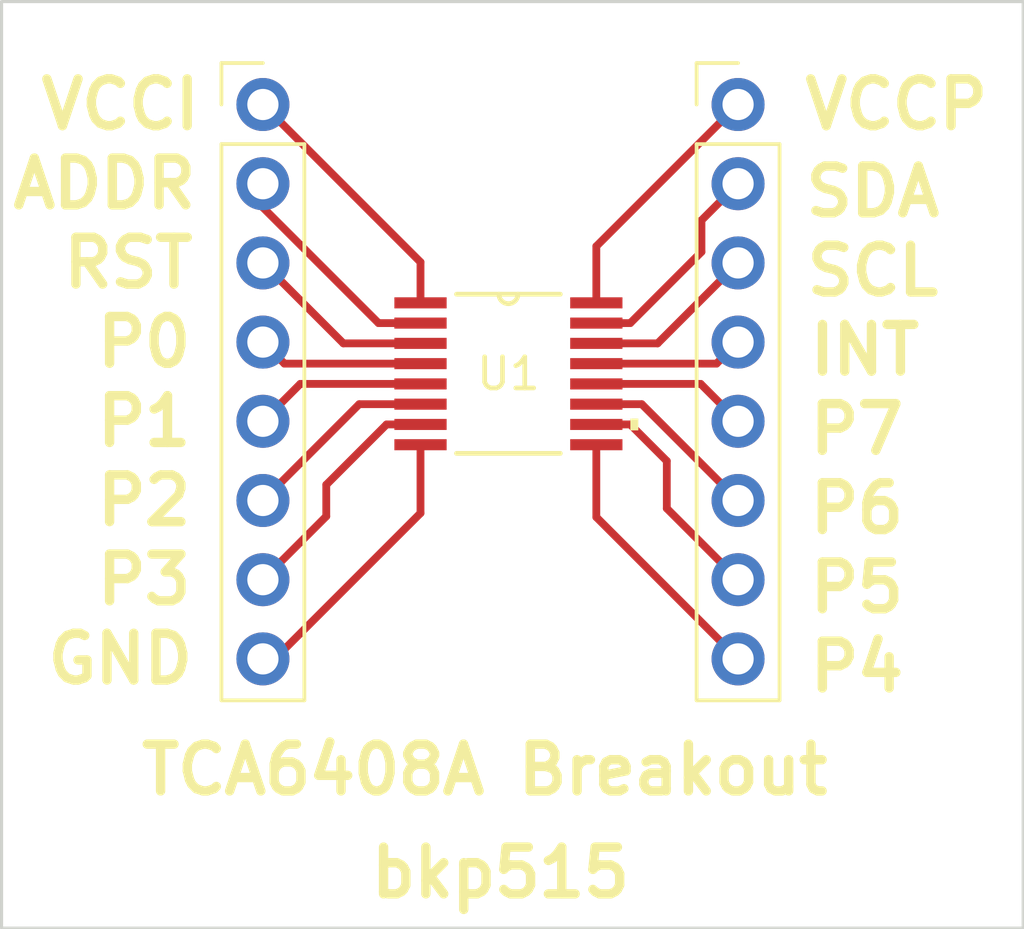
<source format=kicad_pcb>
(kicad_pcb (version 20211014) (generator pcbnew)
  (layers (0 "F.Cu" signal) (31 "B.Cu" signal) (34 "B.Paste" user) (35 "F.Paste" user) (36 "B.SilkS" user "B.Silkscreen") (37 "F.SilkS" user "F.Silkscreen") (38 "B.Mask" user) (39 "F.Mask" user) (44 "Edge.Cuts" user))
  (net 0 "")
  (net 1 "Net-(U1-Pad1)")
  (net 2 "Net-(U1-Pad2)")
  (net 3 "Net-(U1-Pad3)")
  (net 4 "Net-(U1-Pad4)")
  (net 5 "Net-(U1-Pad5)")
  (net 6 "Net-(U1-Pad6)")
  (net 7 "Net-(U1-Pad7)")
  (net 8 "Net-(U1-Pad8)")
  (net 9 "Net-(U1-Pad9)")
  (net 10 "Net-(U1-Pad10)")
  (net 11 "Net-(U1-Pad11)")
  (net 12 "Net-(U1-Pad12)")
  (net 13 "Net-(U1-Pad13)")
  (net 14 "Net-(U1-Pad14)")
  (net 15 "Net-(U1-Pad15)")
  (net 16 "Net-(U1-Pad16)")
  (footprint "Connector_PinHeader_2.54mm:PinHeader_1x08_P2.54mm_Vertical" (layer "F.Cu") (at 122.682 74.422)
    (fp_text reference "" (at 0 -2.33) (layer "F.SilkS"))
    (fp_text value "")
    (fp_line (start 1.33 1.27) (end 1.33 19.11) (layer "F.SilkS") (width 0.12))
    (fp_line (start -1.33 -1.33) (end 0 -1.33) (layer "F.SilkS") (width 0.12))
    (fp_line (start -1.33 0) (end -1.33 -1.33) (layer "F.SilkS") (width 0.12))
    (fp_line (start -1.33 19.11) (end 1.33 19.11) (layer "F.SilkS") (width 0.12))
    (fp_line (start -1.33 1.27) (end 1.33 1.27) (layer "F.SilkS") (width 0.12))
    (fp_line (start -1.33 1.27) (end -1.33 19.11) (layer "F.SilkS") (width 0.12))
    (pad "1" thru_hole circle (at 0 0) (size 1.7 1.7) (drill 1) (layers *.Cu *.Mask) (net 1 "Net-(U1-Pad1)"))
    (pad "2" thru_hole oval (at 0 2.54) (size 1.7 1.7) (drill 1) (layers *.Cu *.Mask) (net 2 "Net-(U1-Pad2)"))
    (pad "3" thru_hole oval (at 0 5.08) (size 1.7 1.7) (drill 1) (layers *.Cu *.Mask) (net 3 "Net-(U1-Pad3)"))
    (pad "4" thru_hole oval (at 0 7.62) (size 1.7 1.7) (drill 1) (layers *.Cu *.Mask) (net 4 "Net-(U1-Pad4)"))
    (pad "5" thru_hole oval (at 0 10.16) (size 1.7 1.7) (drill 1) (layers *.Cu *.Mask) (net 5 "Net-(U1-Pad5)"))
    (pad "6" thru_hole oval (at 0 12.7) (size 1.7 1.7) (drill 1) (layers *.Cu *.Mask) (net 6 "Net-(U1-Pad6)"))
    (pad "7" thru_hole oval (at 0 15.24) (size 1.7 1.7) (drill 1) (layers *.Cu *.Mask) (net 7 "Net-(U1-Pad7)"))
    (pad "8" thru_hole oval (at 0 17.78) (size 1.7 1.7) (drill 1) (layers *.Cu *.Mask) (net 8 "Net-(U1-Pad8)"))
  )
  (footprint "GPIOExpander:PW16" (layer "F.Cu") (at 130.556 83.058)
    (fp_text reference "U1" (at 0 0 unlocked) (layer "F.SilkS"))
    (fp_text value "TCA6408APWR")
    (fp_line (start -1.663811 2.5527) (end 1.663811 2.5527) (layer "F.SilkS") (width 0.1524))
    (fp_line (start 1.663811 -2.5527) (end -1.663811 -2.5527) (layer "F.SilkS") (width 0.1524))
    (fp_arc (start 0.3048 -2.5527) (mid 0 -2.2479) (end -0.3048 -2.5527) (layer "F.SilkS") (width 0.1524))
    (fp_poly (pts (xy 4.1656 1.434501) (xy 4.1656 1.815501) (xy 3.9116 1.815501) (xy 3.9116 1.434501)) (layer "F.SilkS") (width 0) (fill solid))
    (pad "1" smd rect (at -2.8194 -2.274999) (size 1.6764 0.3556) (layers "F.Cu" "F.Paste" "F.Mask") (net 1 "Net-(U1-Pad1)"))
    (pad "2" smd rect (at -2.8194 -1.625001) (size 1.6764 0.3556) (layers "F.Cu" "F.Paste" "F.Mask") (net 2 "Net-(U1-Pad2)"))
    (pad "3" smd rect (at -2.8194 -0.974999) (size 1.6764 0.3556) (layers "F.Cu" "F.Paste" "F.Mask") (net 3 "Net-(U1-Pad3)"))
    (pad "4" smd rect (at -2.8194 -0.325001) (size 1.6764 0.3556) (layers "F.Cu" "F.Paste" "F.Mask") (net 4 "Net-(U1-Pad4)"))
    (pad "5" smd rect (at -2.8194 0.324998) (size 1.6764 0.3556) (layers "F.Cu" "F.Paste" "F.Mask") (net 5 "Net-(U1-Pad5)"))
    (pad "6" smd rect (at -2.8194 0.974999) (size 1.6764 0.3556) (layers "F.Cu" "F.Paste" "F.Mask") (net 6 "Net-(U1-Pad6)"))
    (pad "7" smd rect (at -2.8194 1.624998) (size 1.6764 0.3556) (layers "F.Cu" "F.Paste" "F.Mask") (net 7 "Net-(U1-Pad7)"))
    (pad "8" smd rect (at -2.8194 2.274999) (size 1.6764 0.3556) (layers "F.Cu" "F.Paste" "F.Mask") (net 8 "Net-(U1-Pad8)"))
    (pad "9" smd rect (at 2.8194 2.274999) (size 1.6764 0.3556) (layers "F.Cu" "F.Paste" "F.Mask") (net 9 "Net-(U1-Pad9)"))
    (pad "10" smd rect (at 2.8194 1.625001) (size 1.6764 0.3556) (layers "F.Cu" "F.Paste" "F.Mask") (net 10 "Net-(U1-Pad10)"))
    (pad "11" smd rect (at 2.8194 0.974999) (size 1.6764 0.3556) (layers "F.Cu" "F.Paste" "F.Mask") (net 11 "Net-(U1-Pad11)"))
    (pad "12" smd rect (at 2.8194 0.325001) (size 1.6764 0.3556) (layers "F.Cu" "F.Paste" "F.Mask") (net 12 "Net-(U1-Pad12)"))
    (pad "13" smd rect (at 2.8194 -0.324998) (size 1.6764 0.3556) (layers "F.Cu" "F.Paste" "F.Mask") (net 13 "Net-(U1-Pad13)"))
    (pad "14" smd rect (at 2.8194 -0.974999) (size 1.6764 0.3556) (layers "F.Cu" "F.Paste" "F.Mask") (net 14 "Net-(U1-Pad14)"))
    (pad "15" smd rect (at 2.8194 -1.624998) (size 1.6764 0.3556) (layers "F.Cu" "F.Paste" "F.Mask") (net 15 "Net-(U1-Pad15)"))
    (pad "16" smd rect (at 2.8194 -2.274999) (size 1.6764 0.3556) (layers "F.Cu" "F.Paste" "F.Mask") (net 16 "Net-(U1-Pad16)"))
  )
  (footprint "Connector_PinHeader_2.54mm:PinHeader_1x08_P2.54mm_Vertical" (layer "F.Cu") (at 137.922 74.422)
    (fp_text reference "" (at 0 -2.33) (layer "F.SilkS"))
    (fp_text value "")
    (fp_line (start -1.33 1.27) (end -1.33 19.11) (layer "F.SilkS") (width 0.12))
    (fp_line (start 1.33 1.27) (end 1.33 19.11) (layer "F.SilkS") (width 0.12))
    (fp_line (start -1.33 19.11) (end 1.33 19.11) (layer "F.SilkS") (width 0.12))
    (fp_line (start -1.33 1.27) (end 1.33 1.27) (layer "F.SilkS") (width 0.12))
    (fp_line (start -1.33 0) (end -1.33 -1.33) (layer "F.SilkS") (width 0.12))
    (fp_line (start -1.33 -1.33) (end 0 -1.33) (layer "F.SilkS") (width 0.12))
    (pad "1" thru_hole circle (at 0 0) (size 1.7 1.7) (drill 1) (layers *.Cu *.Mask) (net 16 "Net-(U1-Pad16)"))
    (pad "2" thru_hole oval (at 0 2.54) (size 1.7 1.7) (drill 1) (layers *.Cu *.Mask) (net 15 "Net-(U1-Pad15)"))
    (pad "3" thru_hole oval (at 0 5.08) (size 1.7 1.7) (drill 1) (layers *.Cu *.Mask) (net 14 "Net-(U1-Pad14)"))
    (pad "4" thru_hole oval (at 0 7.62) (size 1.7 1.7) (drill 1) (layers *.Cu *.Mask) (net 13 "Net-(U1-Pad13)"))
    (pad "5" thru_hole oval (at 0 10.16) (size 1.7 1.7) (drill 1) (layers *.Cu *.Mask) (net 12 "Net-(U1-Pad12)"))
    (pad "6" thru_hole oval (at 0 12.7) (size 1.7 1.7) (drill 1) (layers *.Cu *.Mask) (net 11 "Net-(U1-Pad11)"))
    (pad "7" thru_hole oval (at 0 15.24) (size 1.7 1.7) (drill 1) (layers *.Cu *.Mask) (net 10 "Net-(U1-Pad10)"))
    (pad "8" thru_hole oval (at 0 17.78) (size 1.7 1.7) (drill 1) (layers *.Cu *.Mask) (net 9 "Net-(U1-Pad9)"))
  )
  (gr_rect (start 114.3 71.12) (end 147.066 100.838) (layer "Edge.Cuts") (width 0.1) (fill none))
  (gr_text "P0" (at 118.872 82.042) (layer "F.SilkS") (effects (font (size 1.5 1.5) (thickness 0.3))))
  (gr_text "P7" (at 141.732 84.836) (layer "F.SilkS") (effects (font (size 1.5 1.5) (thickness 0.3))))
  (gr_text "P1" (at 118.872 84.582) (layer "F.SilkS") (effects (font (size 1.5 1.5) (thickness 0.3))))
  (gr_text "SCL" (at 142.24 79.756) (layer "F.SilkS") (effects (font (size 1.5 1.5) (thickness 0.3))))
  (gr_text "P2" (at 118.872 87.122) (layer "F.SilkS") (effects (font (size 1.5 1.5) (thickness 0.3))))
  (gr_text "SDA" (at 142.24 77.216) (layer "F.SilkS") (effects (font (size 1.5 1.5) (thickness 0.3))))
  (gr_text "ADDR" (at 117.602 76.962) (layer "F.SilkS") (effects (font (size 1.5 1.5) (thickness 0.3))))
  (gr_text "P6" (at 141.732 87.376) (layer "F.SilkS") (effects (font (size 1.5 1.5) (thickness 0.3))))
  (gr_text "INT" (at 141.986 82.296) (layer "F.SilkS") (effects (font (size 1.5 1.5) (thickness 0.3))))
  (gr_text "TCA6408A Breakout" (at 129.794 95.758) (layer "F.SilkS") (effects (font (size 1.5 1.5) (thickness 0.3))))
  (gr_text "GND" (at 118.11 92.202) (layer "F.SilkS") (effects (font (size 1.5 1.5) (thickness 0.3))))
  (gr_text "VCCI" (at 118.11 74.422) (layer "F.SilkS") (effects (font (size 1.5 1.5) (thickness 0.3))))
  (gr_text "P4" (at 141.732 92.456) (layer "F.SilkS") (effects (font (size 1.5 1.5) (thickness 0.3))))
  (gr_text "RST" (at 118.364 79.502) (layer "F.SilkS") (effects (font (size 1.5 1.5) (thickness 0.3))))
  (gr_text "bkp515" (at 130.302 99.06) (layer "F.SilkS") (effects (font (size 1.5 1.5) (thickness 0.3))))
  (gr_text "P3" (at 118.872 89.662) (layer "F.SilkS") (effects (font (size 1.5 1.5) (thickness 0.3))))
  (gr_text "VCCP" (at 143.002 74.422) (layer "F.SilkS") (effects (font (size 1.5 1.5) (thickness 0.3))))
  (gr_text "P5" (at 141.732 89.916) (layer "F.SilkS") (effects (font (size 1.5 1.5) (thickness 0.3))))
  (segment (start 127.7366 79.4766) (end 122.682 74.422) (width 0.25) (layer "F.Cu") (net 1))
  (segment (start 127.7366 80.783001) (end 127.7366 79.4766) (width 0.25) (layer "F.Cu") (net 1))
  (segment (start 127.7366 81.432999) (end 126.390999 81.432999) (width 0.25) (layer "F.Cu") (net 2))
  (segment (start 126.390999 81.432999) (end 122.682 77.724) (width 0.25) (layer "F.Cu") (net 2))
  (segment (start 122.682 77.724) (end 122.682 76.962) (width 0.25) (layer "F.Cu") (net 2))
  (segment (start 127.7366 82.083001) (end 125.263001 82.083001) (width 0.25) (layer "F.Cu") (net 3))
  (segment (start 125.263001 82.083001) (end 122.682 79.502) (width 0.25) (layer "F.Cu") (net 3))
  (segment (start 122.753001 81.970999) (end 122.682 82.042) (width 0.25) (layer "F.Cu") (net 4))
  (segment (start 123.372999 82.732999) (end 122.682 82.042) (width 0.25) (layer "F.Cu") (net 4))
  (segment (start 127.7366 82.732999) (end 123.372999 82.732999) (width 0.25) (layer "F.Cu") (net 4))
  (segment (start 127.7366 83.382998) (end 123.881002 83.382998) (width 0.25) (layer "F.Cu") (net 5))
  (segment (start 123.881002 83.382998) (end 122.682 84.582) (width 0.25) (layer "F.Cu") (net 5))
  (segment (start 127.7366 84.032999) (end 125.771001 84.032999) (width 0.25) (layer "F.Cu") (net 6))
  (segment (start 125.771001 84.032999) (end 122.682 87.122) (width 0.25) (layer "F.Cu") (net 6))
  (segment (start 126.6484 84.682998) (end 124.714 86.617398) (width 0.25) (layer "F.Cu") (net 7))
  (segment (start 127.7366 84.682998) (end 126.6484 84.682998) (width 0.25) (layer "F.Cu") (net 7))
  (segment (start 124.714 87.63) (end 122.682 89.662) (width 0.25) (layer "F.Cu") (net 7))
  (segment (start 124.714 86.617398) (end 124.714 87.63) (width 0.25) (layer "F.Cu") (net 7))
  (segment (start 127.7366 87.5284) (end 123.063 92.202) (width 0.25) (layer "F.Cu") (net 8))
  (segment (start 123.063 92.202) (end 122.682 92.202) (width 0.25) (layer "F.Cu") (net 8))
  (segment (start 127.7366 85.332999) (end 127.7366 87.5284) (width 0.25) (layer "F.Cu") (net 8))
  (segment (start 133.3754 87.6554) (end 137.922 92.202) (width 0.25) (layer "F.Cu") (net 9))
  (segment (start 133.3754 85.332999) (end 133.3754 87.6554) (width 0.25) (layer "F.Cu") (net 9))
  (segment (start 134.4636 84.683001) (end 135.636 85.855401) (width 0.25) (layer "F.Cu") (net 10))
  (segment (start 133.3754 84.683001) (end 134.4636 84.683001) (width 0.25) (layer "F.Cu") (net 10))
  (segment (start 135.636 87.376) (end 137.922 89.662) (width 0.25) (layer "F.Cu") (net 10))
  (segment (start 135.636 85.855401) (end 135.636 87.376) (width 0.25) (layer "F.Cu") (net 10))
  (segment (start 134.832999 84.032999) (end 137.922 87.122) (width 0.25) (layer "F.Cu") (net 11))
  (segment (start 133.3754 84.032999) (end 134.832999 84.032999) (width 0.25) (layer "F.Cu") (net 11))
  (segment (start 136.723001 83.383001) (end 137.922 84.582) (width 0.25) (layer "F.Cu") (net 12))
  (segment (start 133.3754 83.383001) (end 136.723001 83.383001) (width 0.25) (layer "F.Cu") (net 12))
  (segment (start 137.230998 82.733002) (end 137.922 82.042) (width 0.25) (layer "F.Cu") (net 13))
  (segment (start 133.3754 82.733002) (end 137.230998 82.733002) (width 0.25) (layer "F.Cu") (net 13))
  (segment (start 135.340999 82.083001) (end 137.922 79.502) (width 0.25) (layer "F.Cu") (net 14))
  (segment (start 133.3754 82.083001) (end 135.340999 82.083001) (width 0.25) (layer "F.Cu") (net 14))
  (segment (start 133.3754 81.433002) (end 134.4636 81.433002) (width 0.25) (layer "F.Cu") (net 15))
  (segment (start 136.747 78.137) (end 137.922 76.962) (width 0.25) (layer "F.Cu") (net 15))
  (segment (start 136.747 79.149602) (end 136.747 78.137) (width 0.25) (layer "F.Cu") (net 15))
  (segment (start 134.4636 81.433002) (end 136.747 79.149602) (width 0.25) (layer "F.Cu") (net 15))
  (segment (start 133.3754 78.9686) (end 137.922 74.422) (width 0.25) (layer "F.Cu") (net 16))
  (segment (start 133.3754 80.783001) (end 133.3754 78.9686) (width 0.25) (layer "F.Cu") (net 16))
)
</source>
